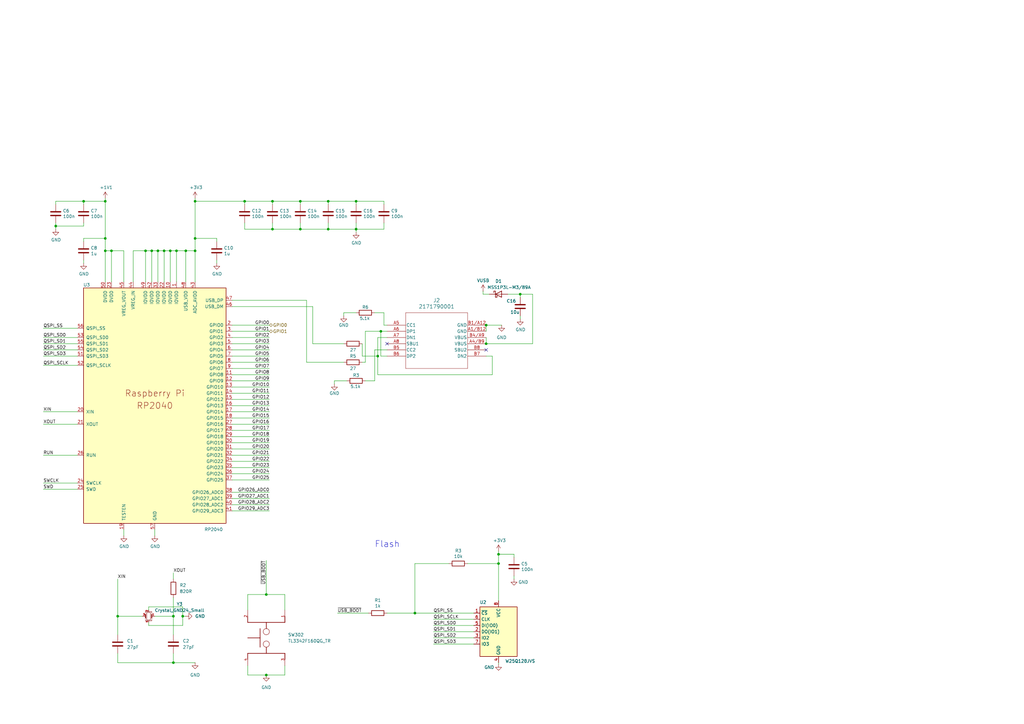
<source format=kicad_sch>
(kicad_sch (version 20250114) (generator "eeschema") (generator_version "9.0")
  (paper "A3")
  (title_block (title "RP2040 Minimal Design Example") (date "2024-01-16") (rev "REV2") (company "Raspberry Pi Ltd"))
  (lib_symbols
    (symbol "Device:C" (pin_numbers (hide yes)) (pin_names (offset 0.254))
      (property "Reference" "C" (at 0.635 2.54 0))
      (property "Value" "C" (at 0.635 -2.54 0))
      (symbol "C_0_1"
        (polyline (pts (xy -2.032 0.762) (xy 2.032 0.762)) (stroke (width 0.508)))
        (polyline (pts (xy -2.032 -0.762) (xy 2.032 -0.762)) (stroke (width 0.508)))
      )
      (symbol "C_1_1"
        (pin passive line (at 0 3.81 270) (length 2.794) (name "~") (number "1"))
        (pin passive line (at 0 -3.81 90) (length 2.794) (name "~") (number "2"))
      )
    )
    (symbol "Device:Crystal_GND24_Small" (pin_names (offset 1.016) (hide yes))
      (property "Reference" "Y" (at 1.27 4.445 0))
      (property "Value" "Crystal_GND24_Small" (at 1.27 2.54 0))
      (symbol "Crystal_GND24_Small_0_1"
        (polyline (pts (xy -1.27 1.27) (xy -1.27 1.905) (xy 1.27 1.905) (xy 1.27 1.27)))
        (polyline (pts (xy -1.27 -0.762) (xy -1.27 0.762)) (stroke (width 0.381)))
        (polyline (pts (xy -1.27 -1.27) (xy -1.27 -1.905) (xy 1.27 -1.905) (xy 1.27 -1.27)))
        (rectangle (start -0.762 -1.524) (end 0.762 1.524))
        (polyline (pts (xy 1.27 -0.762) (xy 1.27 0.762)) (stroke (width 0.381)))
      )
      (symbol "Crystal_GND24_Small_1_1"
        (pin passive line (at -2.54 0 0) (length 1.27) (name "1") (number "1"))
        (pin passive line (at 0 2.54 270) (length 0.635) (name "4") (number "4"))
        (pin passive line (at 0 -2.54 90) (length 0.635) (name "2") (number "2"))
        (pin passive line (at 2.54 0 180) (length 1.27) (name "3") (number "3"))
      )
    )
    (symbol "Device:D_Schottky" (pin_numbers (hide yes)) (pin_names (offset 1.016) (hide yes))
      (property "Reference" "D" (at 0 2.54 0))
      (property "Value" "D_Schottky" (at 0 -2.54 0))
      (symbol "D_Schottky_0_1"
        (polyline (pts (xy -1.905 0.635) (xy -1.905 1.27) (xy -1.27 1.27) (xy -1.27 -1.27) (xy -0.635 -1.27) (xy -0.635 -0.635)) (stroke (width 0.254)))
        (polyline (pts (xy 1.27 1.27) (xy 1.27 -1.27) (xy -1.27 0) (xy 1.27 1.27)) (stroke (width 0.254)))
        (polyline (pts (xy 1.27 0) (xy -1.27 0)))
      )
      (symbol "D_Schottky_1_1"
        (pin passive line (at -3.81 0 0) (length 2.54) (name "K") (number "1"))
        (pin passive line (at 3.81 0 180) (length 2.54) (name "A") (number "2"))
      )
    )
    (symbol "Device:R" (pin_numbers (hide yes)) (pin_names (offset 0))
      (property "Reference" "R" (at 2.032 0 90))
      (property "Value" "R" (at 0 0 90))
      (symbol "R_0_1"
        (rectangle (start -1.016 -2.54) (end 1.016 2.54) (stroke (width 0.254)))
      )
      (symbol "R_1_1"
        (pin passive line (at 0 3.81 270) (length 1.27) (name "~") (number "1"))
        (pin passive line (at 0 -3.81 90) (length 1.27) (name "~") (number "2"))
      )
    )
    (symbol "GND_1" (power) (pin_numbers (hide yes)) (pin_names (offset 0) (hide yes))
      (property "Value" "GND" (at 0 -3.81 0))
      (symbol "GND_1_0_1"
        (polyline (pts (xy 0 0) (xy 0 -1.27) (xy 1.27 -1.27) (xy 0 -2.54) (xy -1.27 -1.27) (xy 0 -1.27)))
      )
      (symbol "GND_1_1_1"
        (pin power_in line (at 0 0 270) (length 0) (name "~") (number "1"))
      )
    )
    (symbol "GND_2" (power) (pin_numbers (hide yes)) (pin_names (offset 0) (hide yes))
      (property "Value" "GND" (at 0 -3.81 0))
      (symbol "GND_2_0_1"
        (polyline (pts (xy 0 0) (xy 0 -1.27) (xy 1.27 -1.27) (xy 0 -2.54) (xy -1.27 -1.27) (xy 0 -1.27)))
      )
      (symbol "GND_2_1_1"
        (pin power_in line (at 0 0 270) (length 0) (name "~") (number "1"))
      )
    )
    (symbol "MCU_RaspberryPi_RP2040:RP2040" (pin_names (offset 1.016))
      (property "Reference" "U" (at -29.21 49.53 0))
      (property "Value" "RP2040" (at 24.13 -49.53 0))
      (symbol "RP2040_0_0"
        (text "Raspberry Pi" (at 0 5.08 0) (effects (font (size 2.54 2.54))))
        (text "RP2040" (at 0 0 0) (effects (font (size 2.54 2.54))))
      )
      (symbol "RP2040_0_1"
        (rectangle (start 29.21 48.26) (end -29.21 -48.26) (stroke (width 0.254)) (fill (type background)))
      )
      (symbol "RP2040_1_1"
        (pin bidirectional line (at -31.75 31.75 0) (length 2.54) (name "QSPI_SS") (number "56"))
        (pin bidirectional line (at -31.75 27.94 0) (length 2.54) (name "QSPI_SD0") (number "53"))
        (pin bidirectional line (at -31.75 25.4 0) (length 2.54) (name "QSPI_SD1") (number "55"))
        (pin bidirectional line (at -31.75 22.86 0) (length 2.54) (name "QSPI_SD2") (number "54"))
        (pin bidirectional line (at -31.75 20.32 0) (length 2.54) (name "QSPI_SD3") (number "51"))
        (pin output line (at -31.75 16.51 0) (length 2.54) (name "QSPI_SCLK") (number "52"))
        (pin input line (at -31.75 -2.54 0) (length 2.54) (name "XIN") (number "20"))
        (pin passive line (at -31.75 -7.62 0) (length 2.54) (name "XOUT") (number "21"))
        (pin input line (at -31.75 -20.32 0) (length 2.54) (name "RUN") (number "26"))
        (pin output line (at -31.75 -31.75 0) (length 2.54) (name "SWCLK") (number "24"))
        (pin bidirectional line (at -31.75 -34.29 0) (length 2.54) (name "SWD") (number "25"))
        (pin power_in line (at -20.32 50.8 270) (length 2.54) (name "DVDD") (number "50"))
        (pin power_in line (at -17.78 50.8 270) (length 2.54) (name "DVDD") (number "23"))
        (pin power_out line (at -12.7 50.8 270) (length 2.54) (name "VREG_VOUT") (number "45"))
        (pin passive line (at -12.7 -50.8 90) (length 2.54) (name "TESTEN") (number "19"))
        (pin power_in line (at -8.89 50.8 270) (length 2.54) (name "VREG_IN") (number "44"))
        (pin power_in line (at -3.81 50.8 270) (length 2.54) (name "IOVDD") (number "49"))
        (pin power_in line (at -1.27 50.8 270) (length 2.54) (name "IOVDD") (number "42"))
        (pin power_in line (at 0 -50.8 90) (length 2.54) (name "GND") (number "57"))
        (pin power_in line (at 1.27 50.8 270) (length 2.54) (name "IOVDD") (number "33"))
        (pin power_in line (at 3.81 50.8 270) (length 2.54) (name "IOVDD") (number "22"))
        (pin power_in line (at 6.35 50.8 270) (length 2.54) (name "IOVDD") (number "10"))
        (pin power_in line (at 8.89 50.8 270) (length 2.54) (name "IOVDD") (number "1"))
        (pin power_in line (at 12.7 50.8 270) (length 2.54) (name "USB_VDD") (number "48"))
        (pin power_in line (at 16.51 50.8 270) (length 2.54) (name "ADC_AVDD") (number "43"))
        (pin bidirectional line (at 31.75 43.18 180) (length 2.54) (name "USB_DP") (number "47"))
        (pin bidirectional line (at 31.75 40.64 180) (length 2.54) (name "USB_DM") (number "46"))
        (pin bidirectional line (at 31.75 33.02 180) (length 2.54) (name "GPIO0") (number "2"))
        (pin bidirectional line (at 31.75 30.48 180) (length 2.54) (name "GPIO1") (number "3"))
        (pin bidirectional line (at 31.75 27.94 180) (length 2.54) (name "GPIO2") (number "4"))
        (pin bidirectional line (at 31.75 25.4 180) (length 2.54) (name "GPIO3") (number "5"))
        (pin bidirectional line (at 31.75 22.86 180) (length 2.54) (name "GPIO4") (number "6"))
        (pin bidirectional line (at 31.75 20.32 180) (length 2.54) (name "GPIO5") (number "7"))
        (pin bidirectional line (at 31.75 17.78 180) (length 2.54) (name "GPIO6") (number "8"))
        (pin bidirectional line (at 31.75 15.24 180) (length 2.54) (name "GPIO7") (number "9"))
        (pin bidirectional line (at 31.75 12.7 180) (length 2.54) (name "GPIO8") (number "11"))
        (pin bidirectional line (at 31.75 10.16 180) (length 2.54) (name "GPIO9") (number "12"))
        (pin bidirectional line (at 31.75 7.62 180) (length 2.54) (name "GPIO10") (number "13"))
        (pin bidirectional line (at 31.75 5.08 180) (length 2.54) (name "GPIO11") (number "14"))
        (pin bidirectional line (at 31.75 2.54 180) (length 2.54) (name "GPIO12") (number "15"))
        (pin bidirectional line (at 31.75 0 180) (length 2.54) (name "GPIO13") (number "16"))
        (pin bidirectional line (at 31.75 -2.54 180) (length 2.54) (name "GPIO14") (number "17"))
        (pin bidirectional line (at 31.75 -5.08 180) (length 2.54) (name "GPIO15") (number "18"))
        (pin bidirectional line (at 31.75 -7.62 180) (length 2.54) (name "GPIO16") (number "27"))
        (pin bidirectional line (at 31.75 -10.16 180) (length 2.54) (name "GPIO17") (number "28"))
        (pin bidirectional line (at 31.75 -12.7 180) (length 2.54) (name "GPIO18") (number "29"))
        (pin bidirectional line (at 31.75 -15.24 180) (length 2.54) (name "GPIO19") (number "30"))
        (pin bidirectional line (at 31.75 -17.78 180) (length 2.54) (name "GPIO20") (number "31"))
        (pin bidirectional line (at 31.75 -20.32 180) (length 2.54) (name "GPIO21") (number "32"))
        (pin bidirectional line (at 31.75 -22.86 180) (length 2.54) (name "GPIO22") (number "34"))
        (pin bidirectional line (at 31.75 -25.4 180) (length 2.54) (name "GPIO23") (number "35"))
        (pin bidirectional line (at 31.75 -27.94 180) (length 2.54) (name "GPIO24") (number "36"))
        (pin bidirectional line (at 31.75 -30.48 180) (length 2.54) (name "GPIO25") (number "37"))
        (pin bidirectional line (at 31.75 -35.56 180) (length 2.54) (name "GPIO26_ADC0") (number "38"))
        (pin bidirectional line (at 31.75 -38.1 180) (length 2.54) (name "GPIO27_ADC1") (number "39"))
        (pin bidirectional line (at 31.75 -40.64 180) (length 2.54) (name "GPIO28_ADC2") (number "40"))
        (pin bidirectional line (at 31.75 -43.18 180) (length 2.54) (name "GPIO29_ADC3") (number "41"))
      )
    )
    (symbol "MainPCB_Sym_lib:2171790001" (pin_names (offset 0.254))
      (property "Reference" "J" (at 20.32 10.16 0))
      (property "Value" "2171790001" (at 20.32 7.62 0))
      (symbol "2171790001_0_1"
        (polyline (pts (xy 7.62 5.08) (xy 7.62 -17.78)) (stroke (width 0.127)))
        (polyline (pts (xy 7.62 -17.78) (xy 33.02 -17.78)) (stroke (width 0.127)))
        (polyline (pts (xy 33.02 5.08) (xy 7.62 5.08)) (stroke (width 0.127)))
        (polyline (pts (xy 33.02 -17.78) (xy 33.02 5.08)) (stroke (width 0.127)))
        (pin bidirectional line (at 0 0 0) (length 7.62) (name "CC1") (number "A5"))
        (pin bidirectional line (at 0 -2.54 0) (length 7.62) (name "DP1") (number "A6"))
        (pin bidirectional line (at 0 -5.08 0) (length 7.62) (name "DN1") (number "A7"))
        (pin bidirectional line (at 0 -7.62 0) (length 7.62) (name "SBU1") (number "A8"))
        (pin bidirectional line (at 0 -10.16 0) (length 7.62) (name "CC2") (number "B5"))
        (pin bidirectional line (at 0 -12.7 0) (length 7.62) (name "DP2") (number "B6"))
        (pin power_out line (at 40.64 0 180) (length 7.62) (name "GND") (number "B1/A12"))
        (pin power_out line (at 40.64 -2.54 180) (length 7.62) (name "GND") (number "A1/B12"))
        (pin power_in line (at 40.64 -5.08 180) (length 7.62) (name "VBUS") (number "B4/A9"))
        (pin power_in line (at 40.64 -7.62 180) (length 7.62) (name "VBUS") (number "A4/B9"))
        (pin bidirectional line (at 40.64 -10.16 180) (length 7.62) (name "SBU2") (number "B8"))
        (pin bidirectional line (at 40.64 -12.7 180) (length 7.62) (name "DN2") (number "B7"))
      )
    )
    (symbol "Memory_Flash:W25Q128JVS"
      (property "Reference" "U" (at -8.89 8.89 0))
      (property "Value" "W25Q128JVS" (at 7.62 8.89 0))
      (symbol "W25Q128JVS_0_1"
        (rectangle (start -7.62 10.16) (end 7.62 -10.16) (stroke (width 0.254)) (fill (type background)))
      )
      (symbol "W25Q128JVS_1_1"
        (pin input line (at -10.16 7.62 0) (length 2.54) (name "~{CS}") (number "1"))
        (pin input line (at -10.16 5.08 0) (length 2.54) (name "CLK") (number "6"))
        (pin bidirectional line (at -10.16 2.54 0) (length 2.54) (name "DI(IO0)") (number "5"))
        (pin bidirectional line (at -10.16 0 0) (length 2.54) (name "DO(IO1)") (number "2"))
        (pin bidirectional line (at -10.16 -2.54 0) (length 2.54) (name "IO2") (number "3"))
        (pin bidirectional line (at -10.16 -5.08 0) (length 2.54) (name "IO3") (number "7"))
        (pin power_in line (at 0 12.7 270) (length 2.54) (name "VCC") (number "8"))
        (pin power_in line (at 0 -12.7 90) (length 2.54) (name "GND") (number "4"))
      )
    )
    (symbol "TL3342F160QG_TR:TL3342F160QG_TR" (pin_names (offset 1.016))
      (property "Reference" "SW" (at -12.7292 16.5481 0))
      (property "Value" "TL3342F160QG_TR" (at -12.7326 -17.8256 0))
      (symbol "TL3342F160QG_TR_0_0"
        (polyline (pts (xy -7.62 6.35) (xy -7.62 8.89)) (stroke (width 0.254)))
        (polyline (pts (xy -7.62 6.35) (xy 7.62 6.35)) (stroke (width 0.254)))
        (polyline (pts (xy -7.62 -6.35) (xy -7.62 -8.89)) (stroke (width 0.254)))
        (polyline (pts (xy -7.62 -6.35) (xy 7.62 -6.35)) (stroke (width 0.254)))
        (polyline (pts (xy 0 6.35) (xy 0 3.81)) (stroke (width 0.254)))
        (circle (center 0 2.54) (radius 1.27))
        (circle (center 0 -2.54) (radius 1.27))
        (polyline (pts (xy 0 -3.81) (xy 0 -6.35)) (stroke (width 0.254)))
        (polyline (pts (xy 2.54 3.81) (xy 2.54 0)) (stroke (width 0.254)))
        (polyline (pts (xy 2.54 0) (xy 2.54 -3.81)) (stroke (width 0.254)))
        (polyline (pts (xy 2.54 0) (xy 7.62 0)) (stroke (width 0.254)))
        (polyline (pts (xy 7.62 6.35) (xy 7.62 8.89)) (stroke (width 0.254)))
        (polyline (pts (xy 7.62 -6.35) (xy 7.62 -8.89)) (stroke (width 0.254)))
        (pin passive line (at -7.62 11.43 270) (length 5.08) (name "~") (number "3"))
        (pin passive line (at -7.62 -11.43 90) (length 5.08) (name "~") (number "1"))
        (pin passive line (at 7.62 11.43 270) (length 5.08) (name "~") (number "4"))
        (pin passive line (at 7.62 -11.43 90) (length 5.08) (name "~") (number "2"))
      )
    )
    (symbol "power:+1V1" (power) (pin_names (offset 0))
      (property "Value" "+1V1" (at 0 3.556 0))
      (symbol "+1V1_0_1"
        (polyline (pts (xy -0.762 1.27) (xy 0 2.54)))
        (polyline (pts (xy 0 2.54) (xy 0.762 1.27)))
        (polyline (pts (xy 0 0) (xy 0 2.54)))
      )
      (symbol "+1V1_1_1"
        (pin power_in line (at 0 0 90) (length 0) (hide yes) (name "+1V1") (number "1"))
      )
    )
    (symbol "power:+3V3" (power) (pin_names (offset 0))
      (property "Value" "+3V3" (at 0 3.556 0))
      (symbol "+3V3_0_1"
        (polyline (pts (xy -0.762 1.27) (xy 0 2.54)))
        (polyline (pts (xy 0 2.54) (xy 0.762 1.27)))
        (polyline (pts (xy 0 0) (xy 0 2.54)))
      )
      (symbol "+3V3_1_1"
        (pin power_in line (at 0 0 90) (length 0) (hide yes) (name "+3V3") (number "1"))
      )
    )
    (symbol "power:GND" (power) (pin_names (offset 0))
      (property "Value" "GND" (at 0 -3.81 0))
      (symbol "GND_0_1"
        (polyline (pts (xy 0 0) (xy 0 -1.27) (xy 1.27 -1.27) (xy 0 -2.54) (xy -1.27 -1.27) (xy 0 -1.27)))
      )
      (symbol "GND_1_1"
        (pin power_in line (at 0 0 270) (length 0) (hide yes) (name "GND") (number "1"))
      )
    )
    (symbol "power:VDC" (power) (pin_numbers (hide yes)) (pin_names (offset 0) (hide yes))
      (property "Value" "VDC" (at 0 3.556 0))
      (symbol "VDC_0_1"
        (polyline (pts (xy -0.762 1.27) (xy 0 2.54)))
        (polyline (pts (xy 0 2.54) (xy 0.762 1.27)))
        (polyline (pts (xy 0 0) (xy 0 2.54)))
      )
      (symbol "VDC_1_1"
        (pin power_in line (at 0 0 90) (length 0) (name "~") (number "1"))
      )
    )
  )
  (text "Flash" (at 153.67 224.79 0) (effects (font (size 2.54 2.54)) (justify left bottom)))
  (junction (at 67.31 102.87))
  (junction (at 64.77 102.87))
  (junction (at 204.47 231.14))
  (junction (at 199.39 140.97))
  (junction (at 43.18 97.79))
  (junction (at 80.01 97.79))
  (junction (at 34.29 82.55))
  (junction (at 199.39 133.35))
  (junction (at 71.12 271.78))
  (junction (at 111.76 82.55))
  (junction (at 43.18 102.87))
  (junction (at 45.72 102.87))
  (junction (at 69.85 102.87))
  (junction (at 22.86 92.71))
  (junction (at 109.22 276.86))
  (junction (at 48.26 252.73))
  (junction (at 134.62 82.55))
  (junction (at 74.93 252.73))
  (junction (at 146.05 93.98))
  (junction (at 100.33 82.55))
  (junction (at 111.76 93.98))
  (junction (at 204.47 227.33))
  (junction (at 71.12 252.73))
  (junction (at 43.18 82.55))
  (junction (at 154.94 146.05))
  (junction (at 123.19 93.98))
  (junction (at 156.21 135.89))
  (junction (at 109.22 243.84))
  (junction (at 146.05 82.55))
  (junction (at 72.39 102.87))
  (junction (at 80.01 102.87))
  (junction (at 170.18 251.46))
  (junction (at 62.23 102.87))
  (junction (at 80.01 82.55))
  (junction (at 59.69 102.87))
  (junction (at 123.19 82.55))
  (junction (at 134.62 93.98))
  (junction (at 213.36 120.65))
  (junction (at 76.2 102.87))
  (no_connect (at 199.39 143.51))
  (no_connect (at 158.75 140.97))
  (wire (pts (xy 43.18 102.87) (xy 43.18 115.57)))
  (wire (pts (xy 95.25 123.19) (xy 125.73 123.19)))
  (wire (pts (xy 22.86 92.71) (xy 34.29 92.71)))
  (wire (pts (xy 74.93 252.73) (xy 74.93 256.54)))
  (wire (pts (xy 48.26 237.49) (xy 48.26 252.73)))
  (wire (pts (xy 95.25 204.47) (xy 110.49 204.47)))
  (wire (pts (xy 100.33 82.55) (xy 111.76 82.55)))
  (wire (pts (xy 109.22 229.87) (xy 109.22 243.84)))
  (wire (pts (xy 156.21 146.05) (xy 156.21 135.89)))
  (wire (pts (xy 95.25 163.83) (xy 110.49 163.83)))
  (wire (pts (xy 72.39 102.87) (xy 76.2 102.87)))
  (wire (pts (xy 194.31 264.16) (xy 177.8 264.16)))
  (wire (pts (xy 100.33 83.82) (xy 100.33 82.55)))
  (wire (pts (xy 95.25 179.07) (xy 110.49 179.07)))
  (wire (pts (xy 43.18 81.28) (xy 43.18 82.55)))
  (wire (pts (xy 158.75 146.05) (xy 156.21 146.05)))
  (wire (pts (xy 153.67 143.51) (xy 153.67 156.21)))
  (wire (pts (xy 191.77 231.14) (xy 204.47 231.14)))
  (wire (pts (xy 204.47 227.33) (xy 204.47 231.14)))
  (wire (pts (xy 59.69 102.87) (xy 62.23 102.87)))
  (wire (pts (xy 95.25 186.69) (xy 110.49 186.69)))
  (wire (pts (xy 123.19 82.55) (xy 111.76 82.55)))
  (wire (pts (xy 95.25 201.93) (xy 110.49 201.93)))
  (wire (pts (xy 80.01 271.78) (xy 71.12 271.78)))
  (wire (pts (xy 177.8 254) (xy 194.31 254)))
  (wire (pts (xy 71.12 234.95) (xy 71.12 237.49)))
  (wire (pts (xy 204.47 226.06) (xy 204.47 227.33)))
  (wire (pts (xy 95.25 171.45) (xy 110.49 171.45)))
  (wire (pts (xy 50.8 115.57) (xy 50.8 102.87)))
  (wire (pts (xy 48.26 252.73) (xy 48.26 260.35)))
  (wire (pts (xy 100.33 91.44) (xy 100.33 93.98)))
  (wire (pts (xy 95.25 168.91) (xy 110.49 168.91)))
  (wire (pts (xy 43.18 97.79) (xy 43.18 102.87)))
  (wire (pts (xy 149.86 135.89) (xy 156.21 135.89)))
  (wire (pts (xy 54.61 102.87) (xy 59.69 102.87)))
  (wire (pts (xy 22.86 82.55) (xy 34.29 82.55)))
  (wire (pts (xy 146.05 128.27) (xy 140.97 128.27)))
  (wire (pts (xy 170.18 231.14) (xy 170.18 251.46)))
  (wire (pts (xy 95.25 156.21) (xy 110.49 156.21)))
  (wire (pts (xy 95.25 151.13) (xy 110.49 151.13)))
  (wire (pts (xy 22.86 91.44) (xy 22.86 92.71)))
  (wire (pts (xy 95.25 189.23) (xy 110.49 189.23)))
  (wire (pts (xy 17.78 146.05) (xy 31.75 146.05)))
  (wire (pts (xy 95.25 146.05) (xy 110.49 146.05)))
  (wire (pts (xy 95.25 207.01) (xy 110.49 207.01)))
  (wire (pts (xy 101.6 273.05) (xy 101.6 276.86)))
  (wire (pts (xy 170.18 231.14) (xy 184.15 231.14)))
  (wire (pts (xy 95.25 140.97) (xy 110.49 140.97)))
  (wire (pts (xy 80.01 102.87) (xy 80.01 115.57)))
  (wire (pts (xy 34.29 82.55) (xy 43.18 82.55)))
  (wire (pts (xy 151.13 251.46) (xy 138.43 251.46)))
  (wire (pts (xy 80.01 97.79) (xy 88.9 97.79)))
  (wire (pts (xy 204.47 272.415) (xy 204.47 271.78)))
  (wire (pts (xy 64.77 115.57) (xy 64.77 102.87)))
  (wire (pts (xy 213.36 120.65) (xy 213.36 121.92)))
  (wire (pts (xy 43.18 82.55) (xy 43.18 97.79)))
  (wire (pts (xy 154.94 138.43) (xy 154.94 146.05)))
  (wire (pts (xy 76.2 102.87) (xy 80.01 102.87)))
  (wire (pts (xy 17.78 140.97) (xy 31.75 140.97)))
  (wire (pts (xy 95.25 209.55) (xy 110.49 209.55)))
  (wire (pts (xy 31.75 186.69) (xy 17.78 186.69)))
  (wire (pts (xy 123.19 83.82) (xy 123.19 82.55)))
  (wire (pts (xy 123.19 93.98) (xy 111.76 93.98)))
  (wire (pts (xy 62.23 102.87) (xy 64.77 102.87)))
  (wire (pts (xy 128.27 140.97) (xy 140.97 140.97)))
  (wire (pts (xy 194.31 259.08) (xy 177.8 259.08)))
  (wire (pts (xy 199.39 138.43) (xy 199.39 140.97)))
  (wire (pts (xy 199.39 133.35) (xy 205.74 133.35)))
  (wire (pts (xy 201.93 153.67) (xy 201.93 146.05)))
  (wire (pts (xy 157.48 83.82) (xy 157.48 82.55)))
  (wire (pts (xy 80.01 82.55) (xy 100.33 82.55)))
  (wire (pts (xy 210.82 227.33) (xy 204.47 227.33)))
  (wire (pts (xy 72.39 102.87) (xy 72.39 115.57)))
  (wire (pts (xy 62.23 115.57) (xy 62.23 102.87)))
  (wire (pts (xy 154.94 153.67) (xy 201.93 153.67)))
  (wire (pts (xy 142.24 156.21) (xy 137.16 156.21)))
  (wire (pts (xy 95.25 135.89) (xy 110.49 135.89)))
  (wire (pts (xy 154.94 146.05) (xy 154.94 153.67)))
  (wire (pts (xy 80.01 82.55) (xy 80.01 97.79)))
  (wire (pts (xy 31.75 173.99) (xy 17.78 173.99)))
  (wire (pts (xy 101.6 243.84) (xy 109.22 243.84)))
  (wire (pts (xy 31.75 134.62) (xy 17.78 134.62)))
  (wire (pts (xy 123.19 82.55) (xy 134.62 82.55)))
  (wire (pts (xy 146.05 91.44) (xy 146.05 93.98)))
  (wire (pts (xy 95.25 176.53) (xy 110.49 176.53)))
  (wire (pts (xy 149.86 148.59) (xy 149.86 135.89)))
  (wire (pts (xy 101.6 250.19) (xy 101.6 243.84)))
  (wire (pts (xy 109.22 243.84) (xy 116.84 243.84)))
  (wire (pts (xy 74.93 248.92) (xy 74.93 252.73)))
  (wire (pts (xy 34.29 92.71) (xy 34.29 91.44)))
  (wire (pts (xy 157.48 93.98) (xy 146.05 93.98)))
  (wire (pts (xy 80.01 97.79) (xy 80.01 102.87)))
  (wire (pts (xy 95.25 125.73) (xy 128.27 125.73)))
  (wire (pts (xy 80.01 81.28) (xy 80.01 82.55)))
  (wire (pts (xy 34.29 99.06) (xy 34.29 97.79)))
  (wire (pts (xy 194.31 261.62) (xy 177.8 261.62)))
  (wire (pts (xy 218.44 140.97) (xy 199.39 140.97)))
  (wire (pts (xy 158.75 251.46) (xy 170.18 251.46)))
  (wire (pts (xy 95.25 196.85) (xy 110.49 196.85)))
  (wire (pts (xy 48.26 267.97) (xy 48.26 271.78)))
  (wire (pts (xy 95.25 184.15) (xy 110.49 184.15)))
  (wire (pts (xy 158.75 138.43) (xy 154.94 138.43)))
  (wire (pts (xy 95.25 173.99) (xy 110.49 173.99)))
  (wire (pts (xy 116.84 273.05) (xy 116.84 276.86)))
  (wire (pts (xy 95.25 194.31) (xy 110.49 194.31)))
  (wire (pts (xy 45.72 115.57) (xy 45.72 102.87)))
  (wire (pts (xy 134.62 93.98) (xy 146.05 93.98)))
  (wire (pts (xy 156.21 135.89) (xy 158.75 135.89)))
  (wire (pts (xy 123.19 91.44) (xy 123.19 93.98)))
  (wire (pts (xy 204.47 231.14) (xy 204.47 246.38)))
  (wire (pts (xy 95.25 153.67) (xy 110.49 153.67)))
  (wire (pts (xy 125.73 123.19) (xy 125.73 148.59)))
  (wire (pts (xy 95.25 133.35) (xy 110.49 133.35)))
  (wire (pts (xy 88.9 106.68) (xy 88.9 107.95)))
  (wire (pts (xy 69.85 115.57) (xy 69.85 102.87)))
  (wire (pts (xy 218.44 120.65) (xy 218.44 140.97)))
  (wire (pts (xy 101.6 276.86) (xy 109.22 276.86)))
  (wire (pts (xy 60.96 256.54) (xy 74.93 256.54)))
  (wire (pts (xy 146.05 83.82) (xy 146.05 82.55)))
  (wire (pts (xy 31.75 200.66) (xy 17.78 200.66)))
  (wire (pts (xy 64.77 102.87) (xy 67.31 102.87)))
  (wire (pts (xy 109.22 276.86) (xy 116.84 276.86)))
  (wire (pts (xy 146.05 93.98) (xy 146.05 95.25)))
  (wire (pts (xy 153.67 156.21) (xy 149.86 156.21)))
  (wire (pts (xy 95.25 166.37) (xy 110.49 166.37)))
  (wire (pts (xy 137.16 156.21) (xy 137.16 157.48)))
  (wire (pts (xy 31.75 149.86) (xy 17.78 149.86)))
  (wire (pts (xy 63.5 217.17) (xy 63.5 219.71)))
  (wire (pts (xy 201.93 146.05) (xy 199.39 146.05)))
  (wire (pts (xy 71.12 245.11) (xy 71.12 252.73)))
  (wire (pts (xy 71.12 252.73) (xy 71.12 260.35)))
  (wire (pts (xy 148.59 140.97) (xy 148.59 146.05)))
  (wire (pts (xy 134.62 93.98) (xy 123.19 93.98)))
  (wire (pts (xy 34.29 97.79) (xy 43.18 97.79)))
  (wire (pts (xy 148.59 146.05) (xy 154.94 146.05)))
  (wire (pts (xy 194.31 256.54) (xy 177.8 256.54)))
  (wire (pts (xy 95.25 158.75) (xy 110.49 158.75)))
  (wire (pts (xy 157.48 91.44) (xy 157.48 93.98)))
  (wire (pts (xy 63.5 252.73) (xy 71.12 252.73)))
  (wire (pts (xy 50.8 217.17) (xy 50.8 219.71)))
  (wire (pts (xy 74.93 248.92) (xy 60.96 248.92)))
  (wire (pts (xy 48.26 271.78) (xy 71.12 271.78)))
  (wire (pts (xy 71.12 271.78) (xy 71.12 267.97)))
  (wire (pts (xy 95.25 181.61) (xy 110.49 181.61)))
  (wire (pts (xy 95.25 148.59) (xy 110.49 148.59)))
  (wire (pts (xy 45.72 102.87) (xy 43.18 102.87)))
  (wire (pts (xy 60.96 248.92) (xy 60.96 250.19)))
  (wire (pts (xy 95.25 161.29) (xy 110.49 161.29)))
  (wire (pts (xy 17.78 138.43) (xy 31.75 138.43)))
  (wire (pts (xy 60.96 255.27) (xy 60.96 256.54)))
  (wire (pts (xy 67.31 102.87) (xy 69.85 102.87)))
  (wire (pts (xy 208.28 120.65) (xy 213.36 120.65)))
  (wire (pts (xy 213.36 129.54) (xy 213.36 130.81)))
  (wire (pts (xy 140.97 128.27) (xy 140.97 129.54)))
  (wire (pts (xy 22.86 83.82) (xy 22.86 82.55)))
  (wire (pts (xy 95.25 138.43) (xy 110.49 138.43)))
  (wire (pts (xy 210.82 236.22) (xy 210.82 237.49)))
  (wire (pts (xy 22.86 92.71) (xy 22.86 93.98)))
  (wire (pts (xy 134.62 91.44) (xy 134.62 93.98)))
  (wire (pts (xy 74.93 252.73) (xy 76.2 252.73)))
  (wire (pts (xy 17.78 168.91) (xy 31.75 168.91)))
  (wire (pts (xy 199.39 133.35) (xy 199.39 135.89)))
  (wire (pts (xy 157.48 82.55) (xy 146.05 82.55)))
  (wire (pts (xy 88.9 99.06) (xy 88.9 97.79)))
  (wire (pts (xy 213.36 120.65) (xy 218.44 120.65)))
  (wire (pts (xy 17.78 143.51) (xy 31.75 143.51)))
  (wire (pts (xy 157.48 133.35) (xy 158.75 133.35)))
  (wire (pts (xy 111.76 93.98) (xy 100.33 93.98)))
  (wire (pts (xy 157.48 128.27) (xy 157.48 133.35)))
  (wire (pts (xy 148.59 148.59) (xy 149.86 148.59)))
  (wire (pts (xy 210.82 228.6) (xy 210.82 227.33)))
  (wire (pts (xy 116.84 243.84) (xy 116.84 250.19)))
  (wire (pts (xy 157.48 128.27) (xy 153.67 128.27)))
  (wire (pts (xy 69.85 102.87) (xy 72.39 102.87)))
  (wire (pts (xy 170.18 251.46) (xy 194.31 251.46)))
  (wire (pts (xy 59.69 115.57) (xy 59.69 102.87)))
  (wire (pts (xy 125.73 148.59) (xy 140.97 148.59)))
  (wire (pts (xy 158.75 143.51) (xy 153.67 143.51)))
  (wire (pts (xy 95.25 191.77) (xy 110.49 191.77)))
  (wire (pts (xy 200.66 120.65) (xy 198.12 120.65)))
  (wire (pts (xy 128.27 140.97) (xy 128.27 125.73)))
  (wire (pts (xy 67.31 115.57) (xy 67.31 102.87)))
  (wire (pts (xy 34.29 83.82) (xy 34.29 82.55)))
  (wire (pts (xy 50.8 102.87) (xy 45.72 102.87)))
  (wire (pts (xy 134.62 82.55) (xy 146.05 82.55)))
  (wire (pts (xy 134.62 83.82) (xy 134.62 82.55)))
  (wire (pts (xy 111.76 91.44) (xy 111.76 93.98)))
  (wire (pts (xy 76.2 115.57) (xy 76.2 102.87)))
  (wire (pts (xy 111.76 83.82) (xy 111.76 82.55)))
  (wire (pts (xy 48.26 252.73) (xy 58.42 252.73)))
  (wire (pts (xy 31.75 198.12) (xy 17.78 198.12)))
  (wire (pts (xy 54.61 115.57) (xy 54.61 102.87)))
  (wire (pts (xy 34.29 106.68) (xy 34.29 107.95)))
  (wire (pts (xy 95.25 143.51) (xy 110.49 143.51)))
  (wire (pts (xy 198.12 120.65) (xy 198.12 119.38)))
  (label "GPIO15" (at 110.49 171.45 180))
  (label "GPIO24" (at 110.49 194.31 180))
  (label "QSPI_SS" (at 177.8 251.46 0))
  (label "QSPI_SD3" (at 177.8 264.16 0))
  (label "QSPI_SD2" (at 17.78 143.51 0))
  (label "GPIO21" (at 110.49 186.69 180))
  (label "~{USB_BOOT}" (at 109.22 229.87 270))
  (label "RUN" (at 17.78 186.69 0))
  (label "XOUT" (at 17.78 173.99 0))
  (label "GPIO10" (at 110.49 158.75 180))
  (label "QSPI_SD1" (at 17.78 140.97 0))
  (label "GPIO9" (at 110.49 156.21 180))
  (label "SWD" (at 17.78 200.66 0))
  (label "QSPI_SD1" (at 177.8 259.08 0))
  (label "QSPI_SD3" (at 17.78 146.05 0))
  (label "GPIO2" (at 110.49 138.43 180))
  (label "GPIO26_ADC0" (at 110.49 201.93 180))
  (label "GPIO8" (at 110.49 153.67 180))
  (label "XIN" (at 48.26 237.49 0))
  (label "GPIO23" (at 110.49 191.77 180))
  (label "GPIO19" (at 110.49 181.61 180))
  (label "GPIO14" (at 110.49 168.91 180))
  (label "GPIO27_ADC1" (at 110.49 204.47 180))
  (label "GPIO18" (at 110.49 179.07 180))
  (label "GPIO4" (at 110.49 143.51 180))
  (label "GPIO22" (at 110.49 189.23 180))
  (label "SWCLK" (at 17.78 198.12 0))
  (label "GPIO16" (at 110.49 173.99 180))
  (label "GPIO28_ADC2" (at 110.49 207.01 180))
  (label "GPIO25" (at 110.49 196.85 180))
  (label "GPIO7" (at 110.49 151.13 180))
  (label "GPIO6" (at 110.49 148.59 180))
  (label "QSPI_SCLK" (at 17.78 149.86 0))
  (label "GPIO29_ADC3" (at 110.49 209.55 180))
  (label "QSPI_SD0" (at 17.78 138.43 0))
  (label "GPIO20" (at 110.49 184.15 180))
  (label "GPIO5" (at 110.49 146.05 180))
  (label "GPIO1" (at 110.49 135.89 180))
  (label "GPIO11" (at 110.49 161.29 180))
  (label "QSPI_SS" (at 17.78 134.62 0))
  (label "GPIO3" (at 110.49 140.97 180))
  (label "QSPI_SD2" (at 177.8 261.62 0))
  (label "QSPI_SD0" (at 177.8 256.54 0))
  (label "GPIO12" (at 110.49 163.83 180))
  (label "GPIO0" (at 110.49 133.35 180))
  (label "GPIO17" (at 110.49 176.53 180))
  (label "QSPI_SCLK" (at 177.8 254 0))
  (label "~{USB_BOOT}" (at 138.43 251.46 0))
  (label "GPIO13" (at 110.49 166.37 180))
  (label "XOUT" (at 71.12 234.95 0))
  (label "XIN" (at 17.78 168.91 0))
  (hierarchical_label "GPIO0" (shape bidirectional) (at 110.49 133.35 0))
  (hierarchical_label "GPIO1" (shape bidirectional) (at 110.49 135.89 0))
  (symbol (lib_id "MCU_RaspberryPi_RP2040:RP2040") (at 63.5 166.37 0) (unit 1)
    (property "Reference" "U3" (at 35.56 116.84 0))
    (property "Value" "RP2040" (at 87.63 217.17 0))
    (property "Footprint" "Package_DFN_QFN:QFN-56-1EP_7x7mm_P0.4mm_EP3.2x3.2mm" (effects (hide yes)))
    (property "Datasheet" "https://datasheets.raspberrypi.com/rp2040/rp2040-datasheet.pdf" (effects (hide yes)))
  )
  (symbol (lib_id "Memory_Flash:W25Q128JVS") (at 204.47 259.08 0) (unit 1)
    (property "Reference" "U2" (at 198.12 247.015 0))
    (property "Value" "W25Q128JVS" (at 213.36 271.145 0))
    (property "Footprint" "Package_SO:SOIC-8_5.3x5.3mm_P1.27mm" (effects (hide yes)))
    (property "Datasheet" "http://www.winbond.com/resource-files/w25q128jv_dtr%20revc%2003272018%20plus.pdf" (effects (hide yes)))
  )
  (symbol (lib_id "power:+3V3") (at 204.47 226.06 0) (unit 1)
    (property "Reference" "#PWR07" (effects (hide yes)))
    (property "Value" "+3V3" (at 204.851 221.6658 0))
  )
  (symbol (lib_id "power:GND") (at 204.47 272.415 0) (unit 1)
    (property "Reference" "#PWR08" (effects (hide yes)))
    (property "Value" "GND" (at 200.66 273.685 0))
  )
  (symbol (lib_id "Device:R") (at 154.94 251.46 270) (unit 1)
    (property "Reference" "R1" (at 154.94 246.2022 90))
    (property "Value" "1k" (at 154.94 248.5136 90))
    (property "Footprint" "Resistor_SMD:R_0603_1608Metric_Pad0.98x0.95mm_HandSolder" (effects (hide yes)))
  )
  (symbol (lib_id "Device:C") (at 210.82 232.41 0) (unit 1)
    (property "Reference" "C5" (at 213.741 231.2416 0) (effects (justify left)))
    (property "Value" "100n" (at 213.741 233.553 0) (effects (justify left)))
    (property "Footprint" "Capacitor_SMD:C_0603_1608Metric_Pad1.08x0.95mm_HandSolder" (effects (hide yes)))
  )
  (symbol (lib_id "power:GND") (at 210.82 237.49 0) (unit 1)
    (property "Reference" "#PWR011" (effects (hide yes)))
    (property "Value" "GND" (at 214.63 238.76 0))
  )
  (symbol (lib_id "power:GND") (at 63.5 219.71 0) (unit 1)
    (property "Reference" "#PWR016" (effects (hide yes)))
    (property "Value" "GND" (at 63.627 224.1042 0))
  )
  (symbol (lib_id "power:GND") (at 50.8 219.71 0) (unit 1)
    (property "Reference" "#PWR015" (effects (hide yes)))
    (property "Value" "GND" (at 50.927 224.1042 0))
  )
  (symbol (lib_id "power:+3V3") (at 80.01 81.28 0) (unit 1)
    (property "Reference" "#PWR017" (effects (hide yes)))
    (property "Value" "+3V3" (at 80.391 76.8858 0))
  )
  (symbol (lib_id "power:+1V1") (at 43.18 81.28 0) (unit 1)
    (property "Reference" "#PWR014" (effects (hide yes)))
    (property "Value" "+1V1" (at 43.561 76.8858 0))
  )
  (symbol (lib_id "Device:C") (at 157.48 87.63 0) (unit 1)
    (property "Reference" "C9" (at 160.401 86.4616 0) (effects (justify left)))
    (property "Value" "100n" (at 160.401 88.773 0) (effects (justify left)))
    (property "Footprint" "Capacitor_SMD:C_0603_1608Metric_Pad1.08x0.95mm_HandSolder" (effects (hide yes)))
  )
  (symbol (lib_id "Device:C") (at 100.33 87.63 0) (unit 1)
    (property "Reference" "C12" (at 103.251 86.4616 0) (effects (justify left)))
    (property "Value" "100n" (at 103.251 88.773 0) (effects (justify left)))
    (property "Footprint" "Capacitor_SMD:C_0603_1608Metric_Pad1.08x0.95mm_HandSolder" (effects (hide yes)))
  )
  (symbol (lib_id "Device:C") (at 111.76 87.63 0) (unit 1)
    (property "Reference" "C13" (at 114.681 86.4616 0) (effects (justify left)))
    (property "Value" "100n" (at 114.681 88.773 0) (effects (justify left)))
    (property "Footprint" "Capacitor_SMD:C_0603_1608Metric_Pad1.08x0.95mm_HandSolder" (effects (hide yes)))
  )
  (symbol (lib_id "Device:C") (at 123.19 87.63 0) (unit 1)
    (property "Reference" "C14" (at 126.111 86.4616 0) (effects (justify left)))
    (property "Value" "100n" (at 126.111 88.773 0) (effects (justify left)))
    (property "Footprint" "Capacitor_SMD:C_0603_1608Metric_Pad1.08x0.95mm_HandSolder" (effects (hide yes)))
  )
  (symbol (lib_id "Device:C") (at 134.62 87.63 0) (unit 1)
    (property "Reference" "C15" (at 137.541 86.4616 0) (effects (justify left)))
    (property "Value" "100n" (at 137.541 88.773 0) (effects (justify left)))
    (property "Footprint" "Capacitor_SMD:C_0603_1608Metric_Pad1.08x0.95mm_HandSolder" (effects (hide yes)))
  )
  (symbol (lib_id "Device:C") (at 146.05 87.63 0) (unit 1)
    (property "Reference" "C16" (at 148.971 86.4616 0) (effects (justify left)))
    (property "Value" "100n" (at 148.971 88.773 0) (effects (justify left)))
    (property "Footprint" "Capacitor_SMD:C_0603_1608Metric_Pad1.08x0.95mm_HandSolder" (effects (hide yes)))
  )
  (symbol (lib_id "Device:C") (at 22.86 87.63 0) (unit 1)
    (property "Reference" "C6" (at 25.781 86.4616 0) (effects (justify left)))
    (property "Value" "100n" (at 25.781 88.773 0) (effects (justify left)))
    (property "Footprint" "Capacitor_SMD:C_0603_1608Metric_Pad1.08x0.95mm_HandSolder" (effects (hide yes)))
  )
  (symbol (lib_id "Device:C") (at 34.29 87.63 0) (unit 1)
    (property "Reference" "C7" (at 37.211 86.4616 0) (effects (justify left)))
    (property "Value" "100n" (at 37.211 88.773 0) (effects (justify left)))
    (property "Footprint" "Capacitor_SMD:C_0603_1608Metric_Pad1.08x0.95mm_HandSolder" (effects (hide yes)))
  )
  (symbol (lib_id "Device:C") (at 34.29 102.87 0) (unit 1)
    (property "Reference" "C8" (at 37.211 101.7016 0) (effects (justify left)))
    (property "Value" "1u" (at 37.211 104.013 0) (effects (justify left)))
    (property "Footprint" "Capacitor_SMD:C_0603_1608Metric_Pad1.08x0.95mm_HandSolder" (effects (hide yes)))
  )
  (symbol (lib_id "Device:C") (at 88.9 102.87 0) (unit 1)
    (property "Reference" "C10" (at 91.821 101.7016 0) (effects (justify left)))
    (property "Value" "1u" (at 91.821 104.013 0) (effects (justify left)))
    (property "Footprint" "Capacitor_SMD:C_0603_1608Metric_Pad1.08x0.95mm_HandSolder" (effects (hide yes)))
  )
  (symbol (lib_id "power:GND") (at 146.05 95.25 0) (unit 1)
    (property "Reference" "#PWR023" (effects (hide yes)))
    (property "Value" "GND" (at 146.177 99.6442 0))
  )
  (symbol (lib_id "power:GND") (at 22.86 93.98 0) (unit 1)
    (property "Reference" "#PWR012" (effects (hide yes)))
    (property "Value" "GND" (at 22.987 98.3742 0))
  )
  (symbol (lib_id "power:GND") (at 34.29 107.95 0) (unit 1)
    (property "Reference" "#PWR013" (effects (hide yes)))
    (property "Value" "GND" (at 34.417 112.3442 0))
  )
  (symbol (lib_id "power:GND") (at 88.9 107.95 0) (unit 1)
    (property "Reference" "#PWR018" (effects (hide yes)))
    (property "Value" "GND" (at 89.027 112.3442 0))
  )
  (symbol (lib_id "Device:R") (at 71.12 241.3 0) (unit 1)
    (property "Reference" "R2" (at 73.66 240.0299 0) (effects (justify left)))
    (property "Value" "820R" (at 73.66 242.5699 0) (effects (justify left)))
    (property "Footprint" "Resistor_SMD:R_0603_1608Metric_Pad0.98x0.95mm_HandSolder" (effects (hide yes)))
    (property "Description" "Resistor" (effects (hide yes)))
  )
  (symbol (lib_id "TL3342F160QG_TR:TL3342F160QG_TR") (at 109.22 261.62 180) (unit 1)
    (property "Reference" "SW302" (at 118.11 260.3499 0) (effects (justify right)))
    (property "Value" "TL3342F160QG_TR" (at 118.11 262.8899 0) (effects (justify right)))
    (property "Footprint" "Main_PCB:SW_TL3342F160QG_TR" (effects (hide yes)))
    (property "MF" "E-Switch" (effects (hide yes)))
    (property "Description_1" "Tactile Switch SPST-NO Top Actuated Surface Mount" (effects (hide yes)))
    (property "Package" "None" (effects (hide yes)))
    (property "Price" "None" (effects (hide yes)))
    (property "Check_prices" "https://www.snapeda.com/parts/TL3342F160QG/TR/E-Switch/view-part/?ref=eda" (effects (hide yes)))
    (property "SnapEDA_Link" "https://www.snapeda.com/parts/TL3342F160QG/TR/E-Switch/view-part/?ref=snap" (effects (hide yes)))
    (property "MP" "TL3342F160QG/TR" (effects (hide yes)))
    (property "Availability" "In Stock" (effects (hide yes)))
    (property "MANUFACTURER" "E-Switch" (effects (hide yes)))
  )
  (symbol (lib_id "Device:D_Schottky") (at 204.47 120.65 0) (unit 1)
    (property "Reference" "D1" (at 204.47 115.316 0))
    (property "Value" "MSS1P3L-M3/89A" (at 208.788 117.856 0))
    (property "Footprint" "Diode_SMD:Vishay_SMPA" (effects (hide yes)))
    (property "Datasheet" "https://www.vishay.com/docs/89020/mss1p3l.pdf" (effects (hide yes)))
    (property "Description" "Schottky diode" (effects (hide yes)))
  )
  (symbol (lib_id "Device:R") (at 149.86 128.27 270) (mirror x) (unit 1)
    (property "Reference" "R6" (at 149.86 125.984 90))
    (property "Value" "5.1k" (at 149.606 130.556 90))
    (property "Footprint" "Resistor_SMD:R_0603_1608Metric_Pad0.98x0.95mm_HandSolder" (effects (hide yes)))
    (property "Description" "Resistor" (effects (hide yes)))
  )
  (symbol (lib_name "GND_1") (lib_id "power:GND") (at 205.74 133.35 0) (unit 1)
    (property "Reference" "#PWR09" (effects (hide yes)))
    (property "Value" "GND" (at 205.74 138.43 0))
    (property "Description" "Power symbol creates a global label with name \"GND\" , ground" (effects (hide yes)))
  )
  (symbol (lib_id "Device:R") (at 144.78 140.97 270) (mirror x) (unit 1)
    (property "Reference" "R4" (effects (hide yes)))
    (property "Value" "27" (at 144.78 143.51 90))
    (property "Footprint" "Resistor_SMD:R_0603_1608Metric_Pad0.98x0.95mm_HandSolder" (effects (hide yes)))
    (property "Description" "Resistor" (effects (hide yes)))
  )
  (symbol (lib_id "MainPCB_Sym_lib:2171790001") (at 158.75 133.35 0) (unit 1)
    (property "Reference" "J2" (at 179.07 123.19 0) (effects (font (size 1.524 1.524))))
    (property "Value" "2171790001" (at 179.07 125.73 0) (effects (font (size 1.524 1.524))))
    (property "Footprint" "rctg:2171790001_MOL" (effects (hide yes)))
    (property "Datasheet" "https://www.molex.com/en-us/products/part-detail-pdf/2171790001?display=pdf" (effects (hide yes)))
  )
  (symbol (lib_id "power:GND") (at 137.16 157.48 0) (mirror y) (unit 1)
    (property "Reference" "#PWR07" (effects (hide yes)))
    (property "Value" "GND" (at 137.16 161.29 0))
  )
  (symbol (lib_name "GND_2") (lib_id "power:GND") (at 80.01 271.78 0) (unit 1)
    (property "Reference" "#PWR03" (effects (hide yes)))
    (property "Value" "GND" (at 80.01 276.86 0))
    (property "Description" "Power symbol creates a global label with name \"GND\" , ground" (effects (hide yes)))
  )
  (symbol (lib_id "Device:C") (at 213.36 125.73 0) (unit 1)
    (property "Reference" "C16" (at 207.772 123.444 0) (effects (justify left)))
    (property "Value" "10u" (at 209.296 128.016 0) (effects (justify left)))
    (property "Footprint" "Capacitor_SMD:C_0603_1608Metric_Pad1.08x0.95mm_HandSolder" (effects (hide yes)))
  )
  (symbol (lib_id "Device:Crystal_GND24_Small") (at 60.96 252.73 180) (unit 1)
    (property "Reference" "Y3" (at 73.66 247.7768 0))
    (property "Value" "Crystal_GND24_Small" (at 73.66 250.3168 0))
    (property "Footprint" "Crystal:Crystal_SMD_Abracon_ABM8G-4Pin_3.2x2.5mm" (effects (hide yes)))
    (property "Datasheet" "https://dk.rs-online.com/web/p/krystalenheder/1712841" (effects (hide yes)))
    (property "Description" "Four pin crystal, GND on pins 2 and 4, small symbol" (effects (hide yes)))
  )
  (symbol (lib_id "power:VDC") (at 198.12 119.38 0) (unit 1)
    (property "Reference" "#PWR06" (effects (hide yes)))
    (property "Value" "VUSB" (at 195.58 115.062 0) (effects (justify left)))
    (property "Description" "Power symbol creates a global label with name \"VDC\"" (effects (hide yes)))
  )
  (symbol (lib_name "GND_2") (lib_id "power:GND") (at 76.2 252.73 90) (unit 1)
    (property "Reference" "#PWR015" (effects (hide yes)))
    (property "Value" "GND" (at 80.01 252.7299 90) (effects (justify right)))
    (property "Description" "Power symbol creates a global label with name \"GND\" , ground" (effects (hide yes)))
  )
  (symbol (lib_id "Device:R") (at 144.78 148.59 270) (mirror x) (unit 1)
    (property "Reference" "R5" (at 144.78 146.05 90))
    (property "Value" "27" (at 144.78 151.13 90))
    (property "Footprint" "Resistor_SMD:R_0603_1608Metric_Pad0.98x0.95mm_HandSolder" (effects (hide yes)))
    (property "Description" "Resistor" (effects (hide yes)))
  )
  (symbol (lib_id "power:GND") (at 140.97 129.54 0) (mirror y) (unit 1)
    (property "Reference" "#PWR021" (effects (hide yes)))
    (property "Value" "GND" (at 140.97 133.35 0))
  )
  (symbol (lib_id "Device:R") (at 187.96 231.14 270) (unit 1)
    (property "Reference" "R3" (at 187.96 225.8822 90))
    (property "Value" "10k" (at 187.96 228.1936 90))
    (property "Footprint" "Resistor_SMD:R_0603_1608Metric_Pad0.98x0.95mm_HandSolder" (effects (hide yes)))
  )
  (symbol (lib_id "power:GND") (at 213.36 130.81 0) (unit 1)
    (property "Reference" "#PWR08" (effects (hide yes)))
    (property "Value" "GND" (at 213.487 135.2042 0))
  )
  (symbol (lib_name "GND_2") (lib_id "power:GND") (at 109.22 276.86 0) (unit 1)
    (property "Reference" "#PWR0311" (effects (hide yes)))
    (property "Value" "GND" (at 109.22 281.94 0))
    (property "Description" "Power symbol creates a global label with name \"GND\" , ground" (effects (hide yes)))
  )
  (symbol (lib_id "Device:R") (at 146.05 156.21 270) (mirror x) (unit 1)
    (property "Reference" "R3" (at 146.05 153.924 90))
    (property "Value" "5.1k" (at 145.796 158.496 90))
    (property "Footprint" "Resistor_SMD:R_0603_1608Metric_Pad0.98x0.95mm_HandSolder" (effects (hide yes)))
    (property "Description" "Resistor" (effects (hide yes)))
  )
  (symbol (lib_id "Device:C") (at 71.12 264.16 0) (unit 1)
    (property "Reference" "C2" (at 74.93 262.8899 0) (effects (justify left)))
    (property "Value" "27pF" (at 74.93 265.4299 0) (effects (justify left)))
    (property "Footprint" "Capacitor_SMD:C_0603_1608Metric_Pad1.08x0.95mm_HandSolder" (effects (hide yes)))
    (property "Description" "Unpolarized capacitor" (effects (hide yes)))
  )
  (symbol (lib_id "Device:C") (at 48.26 264.16 0) (unit 1)
    (property "Reference" "C1" (at 52.07 262.8899 0) (effects (justify left)))
    (property "Value" "27pF" (at 52.07 265.4299 0) (effects (justify left)))
    (property "Footprint" "Capacitor_SMD:C_0603_1608Metric_Pad1.08x0.95mm_HandSolder" (effects (hide yes)))
    (property "Description" "Unpolarized capacitor" (effects (hide yes)))
  )
)
</source>
